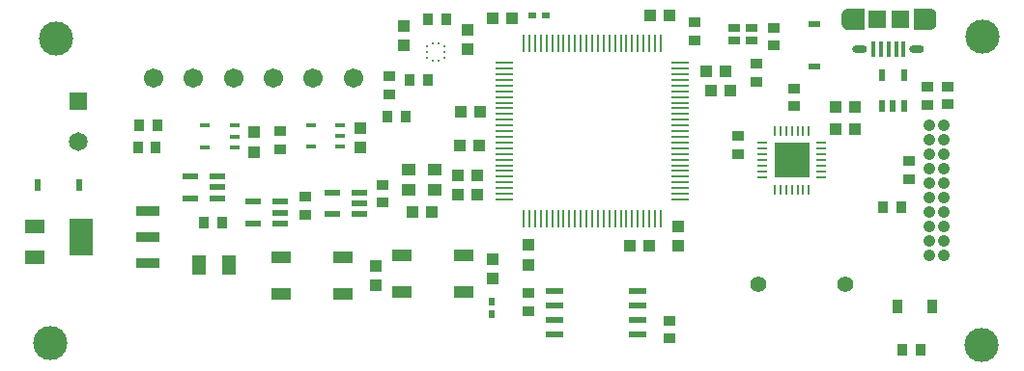
<source format=gbr>
%TF.GenerationSoftware,KiCad,Pcbnew,(6.0.9)*%
%TF.CreationDate,2022-12-18T19:34:30-07:00*%
%TF.ProjectId,Flight-Computer-Lite,466c6967-6874-42d4-936f-6d7075746572,rev?*%
%TF.SameCoordinates,Original*%
%TF.FileFunction,Soldermask,Top*%
%TF.FilePolarity,Negative*%
%FSLAX46Y46*%
G04 Gerber Fmt 4.6, Leading zero omitted, Abs format (unit mm)*
G04 Created by KiCad (PCBNEW (6.0.9)) date 2022-12-18 19:34:30*
%MOMM*%
%LPD*%
G01*
G04 APERTURE LIST*
%ADD10C,0.000100*%
%ADD11R,0.609600X0.685800*%
%ADD12R,0.685800X0.609600*%
%ADD13C,3.000000*%
%ADD14R,0.965200X1.295400*%
%ADD15R,1.700000X0.990600*%
%ADD16R,0.952500X0.406400*%
%ADD17R,1.100000X1.000000*%
%ADD18R,1.020000X0.940000*%
%ADD19R,0.940000X1.020000*%
%ADD20R,1.000000X0.800000*%
%ADD21R,1.041400X0.584200*%
%ADD22R,1.270000X1.778000*%
%ADD23R,1.300000X1.100000*%
%ADD24C,1.066800*%
%ADD25R,1.000000X1.100000*%
%ADD26R,0.584200X1.041400*%
%ADD27R,1.524000X0.558800*%
%ADD28R,0.400000X1.350000*%
%ADD29R,1.500000X1.550000*%
%ADD30O,1.300000X0.650000*%
%ADD31O,0.775000X1.550000*%
%ADD32R,1.650000X1.650000*%
%ADD33C,1.650000*%
%ADD34R,3.100000X3.100000*%
%ADD35R,0.254000X0.900000*%
%ADD36R,0.900000X0.254000*%
%ADD37R,0.558800X0.979300*%
%ADD38R,0.280000X1.560000*%
%ADD39R,1.560000X0.280000*%
%ADD40R,1.778000X1.270000*%
%ADD41R,1.320800X0.558800*%
%ADD42R,2.150000X0.950000*%
%ADD43R,2.150000X3.250000*%
%ADD44C,1.701800*%
%ADD45R,0.250000X0.275000*%
%ADD46R,0.275000X0.250000*%
%ADD47C,1.408000*%
G04 APERTURE END LIST*
%TO.C,P3*%
G36*
X231311600Y-77447500D02*
G01*
X231337600Y-77449500D01*
X231363600Y-77452500D01*
X231389600Y-77457500D01*
X231414600Y-77463500D01*
X231440600Y-77470500D01*
X231464600Y-77479500D01*
X231488600Y-77489500D01*
X231512600Y-77500500D01*
X231535600Y-77513500D01*
X231579600Y-77541500D01*
X231600600Y-77557500D01*
X231620600Y-77574500D01*
X231639600Y-77592500D01*
X231657600Y-77611500D01*
X231674600Y-77631500D01*
X231690600Y-77652500D01*
X231718600Y-77696500D01*
X231731600Y-77719500D01*
X231742600Y-77743500D01*
X231752600Y-77767500D01*
X231761600Y-77791500D01*
X231768600Y-77817500D01*
X231774600Y-77842500D01*
X231779600Y-77868500D01*
X231782600Y-77894500D01*
X231784600Y-77920500D01*
X231785600Y-77946500D01*
X231785600Y-78696500D01*
X231784600Y-78722500D01*
X231782600Y-78748500D01*
X231779600Y-78774500D01*
X231774600Y-78800500D01*
X231768600Y-78825500D01*
X231761600Y-78851500D01*
X231752600Y-78875500D01*
X231742600Y-78899500D01*
X231731600Y-78923500D01*
X231718600Y-78946500D01*
X231690600Y-78990500D01*
X231674600Y-79011500D01*
X231657600Y-79031500D01*
X231639600Y-79050500D01*
X231620600Y-79068500D01*
X231600600Y-79085500D01*
X231579600Y-79101500D01*
X231535600Y-79129500D01*
X231512600Y-79142500D01*
X231488600Y-79153500D01*
X231464600Y-79163500D01*
X231440600Y-79172500D01*
X231414600Y-79179500D01*
X231389600Y-79185500D01*
X231363600Y-79190500D01*
X231337600Y-79193500D01*
X231311600Y-79195500D01*
X231285600Y-79196500D01*
X229885600Y-79196500D01*
X229885600Y-77446500D01*
X231285600Y-77446500D01*
X231311600Y-77447500D01*
G37*
D10*
X231311600Y-77447500D02*
X231337600Y-77449500D01*
X231363600Y-77452500D01*
X231389600Y-77457500D01*
X231414600Y-77463500D01*
X231440600Y-77470500D01*
X231464600Y-77479500D01*
X231488600Y-77489500D01*
X231512600Y-77500500D01*
X231535600Y-77513500D01*
X231579600Y-77541500D01*
X231600600Y-77557500D01*
X231620600Y-77574500D01*
X231639600Y-77592500D01*
X231657600Y-77611500D01*
X231674600Y-77631500D01*
X231690600Y-77652500D01*
X231718600Y-77696500D01*
X231731600Y-77719500D01*
X231742600Y-77743500D01*
X231752600Y-77767500D01*
X231761600Y-77791500D01*
X231768600Y-77817500D01*
X231774600Y-77842500D01*
X231779600Y-77868500D01*
X231782600Y-77894500D01*
X231784600Y-77920500D01*
X231785600Y-77946500D01*
X231785600Y-78696500D01*
X231784600Y-78722500D01*
X231782600Y-78748500D01*
X231779600Y-78774500D01*
X231774600Y-78800500D01*
X231768600Y-78825500D01*
X231761600Y-78851500D01*
X231752600Y-78875500D01*
X231742600Y-78899500D01*
X231731600Y-78923500D01*
X231718600Y-78946500D01*
X231690600Y-78990500D01*
X231674600Y-79011500D01*
X231657600Y-79031500D01*
X231639600Y-79050500D01*
X231620600Y-79068500D01*
X231600600Y-79085500D01*
X231579600Y-79101500D01*
X231535600Y-79129500D01*
X231512600Y-79142500D01*
X231488600Y-79153500D01*
X231464600Y-79163500D01*
X231440600Y-79172500D01*
X231414600Y-79179500D01*
X231389600Y-79185500D01*
X231363600Y-79190500D01*
X231337600Y-79193500D01*
X231311600Y-79195500D01*
X231285600Y-79196500D01*
X229885600Y-79196500D01*
X229885600Y-77446500D01*
X231285600Y-77446500D01*
X231311600Y-77447500D01*
G36*
X225485600Y-79196500D02*
G01*
X224085600Y-79196500D01*
X224059600Y-79195500D01*
X224033600Y-79193500D01*
X224007600Y-79190500D01*
X223981600Y-79185500D01*
X223956600Y-79179500D01*
X223930600Y-79172500D01*
X223906600Y-79163500D01*
X223882600Y-79153500D01*
X223858600Y-79142500D01*
X223835600Y-79129500D01*
X223791600Y-79101500D01*
X223770600Y-79085500D01*
X223750600Y-79068500D01*
X223731600Y-79050500D01*
X223713600Y-79031500D01*
X223696600Y-79011500D01*
X223680600Y-78990500D01*
X223652600Y-78946500D01*
X223639600Y-78923500D01*
X223628600Y-78899500D01*
X223618600Y-78875500D01*
X223609600Y-78851500D01*
X223602600Y-78825500D01*
X223596600Y-78800500D01*
X223591600Y-78774500D01*
X223588600Y-78748500D01*
X223586600Y-78722500D01*
X223585600Y-78696500D01*
X223585600Y-77946500D01*
X223586600Y-77920500D01*
X223588600Y-77894500D01*
X223591600Y-77868500D01*
X223596600Y-77842500D01*
X223602600Y-77817500D01*
X223609600Y-77791500D01*
X223618600Y-77767500D01*
X223628600Y-77743500D01*
X223639600Y-77719500D01*
X223652600Y-77696500D01*
X223680600Y-77652500D01*
X223696600Y-77631500D01*
X223713600Y-77611500D01*
X223731600Y-77592500D01*
X223750600Y-77574500D01*
X223770600Y-77557500D01*
X223791600Y-77541500D01*
X223835600Y-77513500D01*
X223858600Y-77500500D01*
X223882600Y-77489500D01*
X223906600Y-77479500D01*
X223930600Y-77470500D01*
X223956600Y-77463500D01*
X223981600Y-77457500D01*
X224007600Y-77452500D01*
X224033600Y-77449500D01*
X224059600Y-77447500D01*
X224085600Y-77446500D01*
X225485600Y-77446500D01*
X225485600Y-79196500D01*
G37*
X225485600Y-79196500D02*
X224085600Y-79196500D01*
X224059600Y-79195500D01*
X224033600Y-79193500D01*
X224007600Y-79190500D01*
X223981600Y-79185500D01*
X223956600Y-79179500D01*
X223930600Y-79172500D01*
X223906600Y-79163500D01*
X223882600Y-79153500D01*
X223858600Y-79142500D01*
X223835600Y-79129500D01*
X223791600Y-79101500D01*
X223770600Y-79085500D01*
X223750600Y-79068500D01*
X223731600Y-79050500D01*
X223713600Y-79031500D01*
X223696600Y-79011500D01*
X223680600Y-78990500D01*
X223652600Y-78946500D01*
X223639600Y-78923500D01*
X223628600Y-78899500D01*
X223618600Y-78875500D01*
X223609600Y-78851500D01*
X223602600Y-78825500D01*
X223596600Y-78800500D01*
X223591600Y-78774500D01*
X223588600Y-78748500D01*
X223586600Y-78722500D01*
X223585600Y-78696500D01*
X223585600Y-77946500D01*
X223586600Y-77920500D01*
X223588600Y-77894500D01*
X223591600Y-77868500D01*
X223596600Y-77842500D01*
X223602600Y-77817500D01*
X223609600Y-77791500D01*
X223618600Y-77767500D01*
X223628600Y-77743500D01*
X223639600Y-77719500D01*
X223652600Y-77696500D01*
X223680600Y-77652500D01*
X223696600Y-77631500D01*
X223713600Y-77611500D01*
X223731600Y-77592500D01*
X223750600Y-77574500D01*
X223770600Y-77557500D01*
X223791600Y-77541500D01*
X223835600Y-77513500D01*
X223858600Y-77500500D01*
X223882600Y-77489500D01*
X223906600Y-77479500D01*
X223930600Y-77470500D01*
X223956600Y-77463500D01*
X223981600Y-77457500D01*
X224007600Y-77452500D01*
X224033600Y-77449500D01*
X224059600Y-77447500D01*
X224085600Y-77446500D01*
X225485600Y-77446500D01*
X225485600Y-79196500D01*
%TD*%
D11*
%TO.C,J1*%
X192938400Y-104241600D03*
X192938400Y-103124000D03*
%TD*%
D12*
%TO.C,J2*%
X196494400Y-78028800D03*
X197612000Y-78028800D03*
%TD*%
D13*
%TO.C,H4*%
X154228800Y-106781600D03*
%TD*%
D14*
%TO.C,D4*%
X231470200Y-103555800D03*
X228422200Y-103555800D03*
%TD*%
D15*
%TO.C,B1*%
X185056800Y-99136401D03*
X190456800Y-99136401D03*
X185056800Y-102336399D03*
X190456800Y-102336399D03*
%TD*%
D16*
%TO.C,Q1*%
X170338750Y-89596001D03*
X170338750Y-88646000D03*
X170338750Y-87695999D03*
X167786050Y-87695999D03*
X167786050Y-89596001D03*
%TD*%
D17*
%TO.C,C2*%
X191908800Y-86461600D03*
X190208800Y-86461600D03*
%TD*%
D18*
%TO.C,R8*%
X231063800Y-85854600D03*
X231063800Y-84274600D03*
%TD*%
D19*
%TO.C,R16*%
X163477000Y-89611200D03*
X161897000Y-89611200D03*
%TD*%
D20*
%TO.C,D1*%
X214134000Y-79104400D03*
X215634000Y-79104400D03*
X215634000Y-80204400D03*
X214134000Y-80204400D03*
%TD*%
D21*
%TO.C,D2*%
X221164430Y-78803500D03*
X221164430Y-82486500D03*
%TD*%
D22*
%TO.C,C13*%
X167264600Y-99923600D03*
X169906200Y-99923600D03*
%TD*%
D17*
%TO.C,C8*%
X191604000Y-92049600D03*
X189904000Y-92049600D03*
%TD*%
D23*
%TO.C,Y1*%
X185641600Y-91530600D03*
X187941600Y-91530600D03*
X187941600Y-93330600D03*
X185641600Y-93330600D03*
%TD*%
D17*
%TO.C,C14*%
X190132600Y-89433400D03*
X191832600Y-89433400D03*
%TD*%
D13*
%TO.C,H1*%
X235864400Y-106984800D03*
%TD*%
D24*
%TO.C,P2*%
X231230550Y-87706200D03*
X232500550Y-87706200D03*
X231230550Y-88976200D03*
X232500550Y-88976200D03*
X231230550Y-90246200D03*
X232500550Y-90246200D03*
X231230550Y-91516200D03*
X232500550Y-91516200D03*
X231230550Y-92786200D03*
X232500550Y-92786200D03*
X231230550Y-94056200D03*
X232500550Y-94056200D03*
X231230550Y-95326200D03*
X232500550Y-95326200D03*
X231230550Y-96596200D03*
X232500550Y-96596200D03*
X231230550Y-97866200D03*
X232500550Y-97866200D03*
X231230550Y-99136200D03*
X232500550Y-99136200D03*
%TD*%
D17*
%TO.C,C9*%
X191604000Y-93802200D03*
X189904000Y-93802200D03*
%TD*%
D25*
%TO.C,C3*%
X192989200Y-99403800D03*
X192989200Y-101103800D03*
%TD*%
D17*
%TO.C,C18*%
X223025600Y-87985600D03*
X224725600Y-87985600D03*
%TD*%
%TO.C,C6*%
X211671800Y-82905600D03*
X213371800Y-82905600D03*
%TD*%
D26*
%TO.C,D3*%
X156781500Y-92919830D03*
X153098500Y-92919830D03*
%TD*%
D18*
%TO.C,R2*%
X216128600Y-83822600D03*
X216128600Y-82242600D03*
%TD*%
%TO.C,R4*%
X229438200Y-92407800D03*
X229438200Y-90827800D03*
%TD*%
%TO.C,R9*%
X232841800Y-84249200D03*
X232841800Y-85829200D03*
%TD*%
D19*
%TO.C,R17*%
X187347800Y-78384400D03*
X188927800Y-78384400D03*
%TD*%
D27*
%TO.C,U3*%
X198437500Y-102235000D03*
X198437500Y-103505000D03*
X198437500Y-104775000D03*
X198437500Y-106045000D03*
X205727300Y-106045000D03*
X205727300Y-104775000D03*
X205727300Y-103505000D03*
X205727300Y-102235000D03*
%TD*%
D18*
%TO.C,R19*%
X174371000Y-88211600D03*
X174371000Y-89791600D03*
%TD*%
D28*
%TO.C,P3*%
X228985600Y-81021500D03*
X228335600Y-81021500D03*
X227685600Y-81021500D03*
X227035600Y-81021500D03*
X226385600Y-81021500D03*
D29*
X226685600Y-78321500D03*
D30*
X230185600Y-81021500D03*
D29*
X228685600Y-78321500D03*
D31*
X231185600Y-78321500D03*
X224185600Y-78321500D03*
D30*
X225185600Y-81021500D03*
%TD*%
D18*
%TO.C,R3*%
X210642200Y-80190400D03*
X210642200Y-78610400D03*
%TD*%
D17*
%TO.C,C17*%
X223025600Y-86055200D03*
X224725600Y-86055200D03*
%TD*%
D25*
%TO.C,C19*%
X172085000Y-90004000D03*
X172085000Y-88304000D03*
%TD*%
D32*
%TO.C,P1*%
X156670400Y-85575200D03*
D33*
X156670400Y-89075200D03*
%TD*%
D18*
%TO.C,R10*%
X208457800Y-106403200D03*
X208457800Y-104823200D03*
%TD*%
D34*
%TO.C,U4*%
X219200000Y-90728800D03*
D35*
X220700000Y-93318800D03*
X220200000Y-93318800D03*
X219700000Y-93318800D03*
X219200000Y-93318800D03*
X218700000Y-93318800D03*
X218200000Y-93318800D03*
X217700000Y-93318800D03*
D36*
X216610000Y-92228800D03*
X216610000Y-91728800D03*
X216610000Y-91228800D03*
X216610000Y-90728800D03*
X216610000Y-90228800D03*
X216610000Y-89728800D03*
X216610000Y-89228800D03*
D35*
X217700000Y-88138800D03*
X218200000Y-88138800D03*
X218700000Y-88138800D03*
X219200000Y-88138800D03*
X219700000Y-88138800D03*
X220200000Y-88138800D03*
X220700000Y-88138800D03*
D36*
X221790000Y-89228800D03*
X221790000Y-89728800D03*
X221790000Y-90228800D03*
X221790000Y-90728800D03*
X221790000Y-91228800D03*
X221790000Y-91728800D03*
X221790000Y-92228800D03*
%TD*%
D18*
%TO.C,R12*%
X219430600Y-84427000D03*
X219430600Y-86007000D03*
%TD*%
D37*
%TO.C,D5*%
X227116599Y-85998748D03*
X228066600Y-85998748D03*
X229016601Y-85998748D03*
X229016601Y-83266852D03*
X227116599Y-83266852D03*
%TD*%
D25*
%TO.C,C22*%
X190804800Y-80987000D03*
X190804800Y-79287000D03*
%TD*%
D38*
%TO.C,U1*%
X195704500Y-80508800D03*
X196204500Y-80508800D03*
X196704500Y-80508800D03*
X197204500Y-80508800D03*
X197704500Y-80508800D03*
X198204500Y-80508800D03*
X198704500Y-80508800D03*
X199204500Y-80508800D03*
X199704500Y-80508800D03*
X200204500Y-80508800D03*
X200704500Y-80508800D03*
X201204500Y-80508800D03*
X201704500Y-80508800D03*
X202204500Y-80508800D03*
X202704500Y-80508800D03*
X203204500Y-80508800D03*
X203704500Y-80508800D03*
X204204500Y-80508800D03*
X204704500Y-80508800D03*
X205204500Y-80508800D03*
X205704500Y-80508800D03*
X206204500Y-80508800D03*
X206704500Y-80508800D03*
X207204500Y-80508800D03*
X207704500Y-80508800D03*
D39*
X209384500Y-82188800D03*
X209384500Y-82688800D03*
X209384500Y-83188800D03*
X209384500Y-83688800D03*
X209384500Y-84188800D03*
X209384500Y-84688800D03*
X209384500Y-85188800D03*
X209384500Y-85688800D03*
X209384500Y-86188800D03*
X209384500Y-86688800D03*
X209384500Y-87188800D03*
X209384500Y-87688800D03*
X209384500Y-88188800D03*
X209384500Y-88688800D03*
X209384500Y-89188800D03*
X209384500Y-89688800D03*
X209384500Y-90188800D03*
X209384500Y-90688800D03*
X209384500Y-91188800D03*
X209384500Y-91688800D03*
X209384500Y-92188800D03*
X209384500Y-92688800D03*
X209384500Y-93188800D03*
X209384500Y-93688800D03*
X209384500Y-94188800D03*
D38*
X207704500Y-95868800D03*
X207204500Y-95868800D03*
X206704500Y-95868800D03*
X206204500Y-95868800D03*
X205704500Y-95868800D03*
X205204500Y-95868800D03*
X204704500Y-95868800D03*
X204204500Y-95868800D03*
X203704500Y-95868800D03*
X203204500Y-95868800D03*
X202704500Y-95868800D03*
X202204500Y-95868800D03*
X201704500Y-95868800D03*
X201204500Y-95868800D03*
X200704500Y-95868800D03*
X200204500Y-95868800D03*
X199704500Y-95868800D03*
X199204500Y-95868800D03*
X198704500Y-95868800D03*
X198204500Y-95868800D03*
X197704500Y-95868800D03*
X197204500Y-95868800D03*
X196704500Y-95868800D03*
X196204500Y-95868800D03*
X195704500Y-95868800D03*
D39*
X194024500Y-94188800D03*
X194024500Y-93688800D03*
X194024500Y-93188800D03*
X194024500Y-92688800D03*
X194024500Y-92188800D03*
X194024500Y-91688800D03*
X194024500Y-91188800D03*
X194024500Y-90688800D03*
X194024500Y-90188800D03*
X194024500Y-89688800D03*
X194024500Y-89188800D03*
X194024500Y-88688800D03*
X194024500Y-88188800D03*
X194024500Y-87688800D03*
X194024500Y-87188800D03*
X194024500Y-86688800D03*
X194024500Y-86188800D03*
X194024500Y-85688800D03*
X194024500Y-85188800D03*
X194024500Y-84688800D03*
X194024500Y-84188800D03*
X194024500Y-83688800D03*
X194024500Y-83188800D03*
X194024500Y-82688800D03*
X194024500Y-82188800D03*
%TD*%
D17*
%TO.C,C11*%
X205042400Y-98247200D03*
X206742400Y-98247200D03*
%TD*%
%TO.C,C15*%
X212154400Y-84632800D03*
X213854400Y-84632800D03*
%TD*%
D19*
%TO.C,R6*%
X228876800Y-107416600D03*
X230456800Y-107416600D03*
%TD*%
%TO.C,R14*%
X162024000Y-87655400D03*
X163604000Y-87655400D03*
%TD*%
D25*
%TO.C,C4*%
X209270600Y-96559000D03*
X209270600Y-98259000D03*
%TD*%
D18*
%TO.C,R7*%
X196113400Y-102410200D03*
X196113400Y-103990200D03*
%TD*%
D40*
%TO.C,C10*%
X152831800Y-96596200D03*
X152831800Y-99237800D03*
%TD*%
D19*
%TO.C,R18*%
X185696800Y-83718400D03*
X187276800Y-83718400D03*
%TD*%
D17*
%TO.C,C12*%
X185941600Y-95300800D03*
X187641600Y-95300800D03*
%TD*%
D16*
%TO.C,Q2*%
X179584350Y-89545201D03*
X179584350Y-88595200D03*
X179584350Y-87645199D03*
X177031650Y-87645199D03*
X177031650Y-89545201D03*
%TD*%
D15*
%TO.C,B2*%
X179839600Y-102463399D03*
X174439600Y-102463399D03*
X179839600Y-99263401D03*
X174439600Y-99263401D03*
%TD*%
D25*
%TO.C,C7*%
X196088000Y-98210000D03*
X196088000Y-99910000D03*
%TD*%
D41*
%TO.C,U5*%
X168833800Y-94066401D03*
X168833800Y-93116400D03*
X168833800Y-92166399D03*
X166446200Y-92166399D03*
X166446200Y-94066401D03*
%TD*%
D42*
%TO.C,U2*%
X162746600Y-99785200D03*
D43*
X156946600Y-97485200D03*
D42*
X162746600Y-97485200D03*
X162746600Y-95185200D03*
%TD*%
D19*
%TO.C,R15*%
X167662800Y-96189800D03*
X169242800Y-96189800D03*
%TD*%
D44*
%TO.C,P4*%
X180758803Y-83500501D03*
X177258800Y-83500501D03*
X173758799Y-83500501D03*
X170258798Y-83500501D03*
X166758798Y-83500501D03*
X163258797Y-83500501D03*
%TD*%
D19*
%TO.C,R20*%
X183766400Y-86918800D03*
X185346400Y-86918800D03*
%TD*%
D41*
%TO.C,U8*%
X181305200Y-95463401D03*
X181305200Y-94513400D03*
X181305200Y-93563399D03*
X178917600Y-93563399D03*
X178917600Y-95463401D03*
%TD*%
D18*
%TO.C,R11*%
X183896000Y-83385600D03*
X183896000Y-84965600D03*
%TD*%
%TO.C,R13*%
X214452200Y-88618000D03*
X214452200Y-90198000D03*
%TD*%
D41*
%TO.C,U7*%
X174345600Y-96301601D03*
X174345600Y-95351600D03*
X174345600Y-94401599D03*
X171958000Y-94401599D03*
X171958000Y-96301601D03*
%TD*%
D19*
%TO.C,R5*%
X228780400Y-94869000D03*
X227200400Y-94869000D03*
%TD*%
D25*
%TO.C,C20*%
X181406800Y-89597600D03*
X181406800Y-87897600D03*
%TD*%
D18*
%TO.C,R21*%
X176555400Y-93952000D03*
X176555400Y-95532000D03*
%TD*%
D45*
%TO.C,U6*%
X188261300Y-80492100D03*
X187761300Y-80492100D03*
D46*
X187248800Y-80754600D03*
X187248800Y-81254600D03*
X187248800Y-81754600D03*
D45*
X187761300Y-82017100D03*
X188261300Y-82017100D03*
D46*
X188773800Y-81754600D03*
X188773800Y-81254600D03*
X188773800Y-80754600D03*
%TD*%
D18*
%TO.C,R1*%
X217601800Y-80673000D03*
X217601800Y-79093000D03*
%TD*%
D25*
%TO.C,C21*%
X185191400Y-78931400D03*
X185191400Y-80631400D03*
%TD*%
D17*
%TO.C,C1*%
X208495000Y-78028800D03*
X206795000Y-78028800D03*
%TD*%
D13*
%TO.C,H2*%
X235915200Y-79857600D03*
%TD*%
D17*
%TO.C,C5*%
X194652000Y-78232000D03*
X192952000Y-78232000D03*
%TD*%
D25*
%TO.C,C16*%
X182702200Y-100013400D03*
X182702200Y-101713400D03*
%TD*%
D47*
%TO.C,BZ1*%
X216265600Y-101625400D03*
X223865600Y-101625400D03*
%TD*%
D13*
%TO.C,H3*%
X154686000Y-80010000D03*
%TD*%
D18*
%TO.C,R22*%
X183311800Y-94465200D03*
X183311800Y-92885200D03*
%TD*%
M02*

</source>
